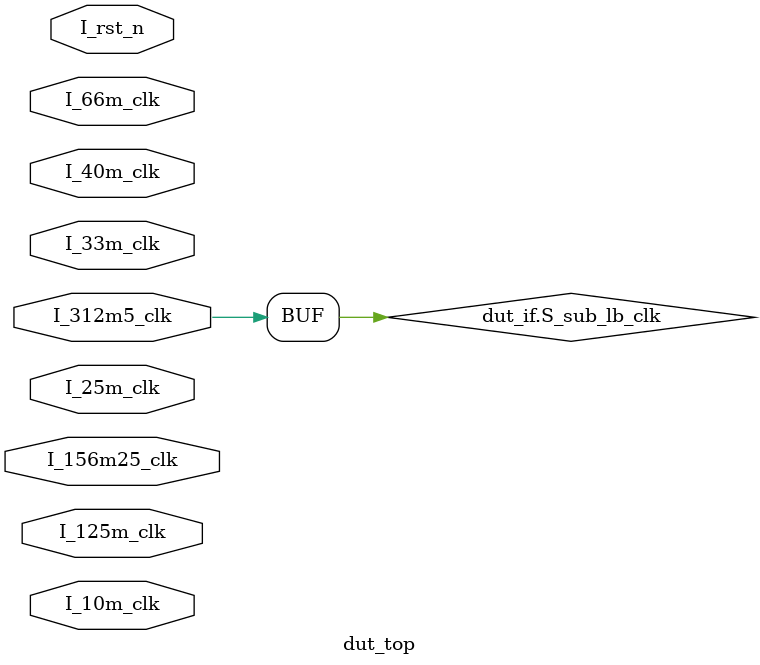
<source format=sv>
`timescale 1ns/1ps
module dut_top (
//====Golble Signal 
input		I_rst_n				,
//====CLOCK
input		I_10m_clk			,	
input		I_25m_clk			,	
input		I_33m_clk			,	
input		I_40m_clk			,	
input		I_66m_clk			,	
input		I_312m5_clk		    ,	
input		I_156m25_clk		,	
input		I_125m_clk			
);
/////////////////////////////////

wire [15:0] IO_cpu_data			;
wire		S_ddr_rdy			;
assign S_156m25_clk_n 	= ~ I_156m25_clk;
assign S_125m_clk_n 	= ~ I_125m_clk 	;
assign S_312m5_clk_n 	= ~ I_312m5_clk	;

//assign 	IO_cpu_data = dut_if.S_brd_data_en ? dut_if.S_brd_data:16'hz; 
assign dut_if.S_sub_lb_clk = I_312m5_clk ;

assign dut_if.S_xgmii_rxd = dut_if.S_xgmii_txd	; 
assign dut_if.S_xgmii_rxc = dut_if.S_xgmii_txc	; 
assign dut_if.S_xgmii_rxport_num = dut_if.S_xgmii_txport_num; 

endmodule
</source>
